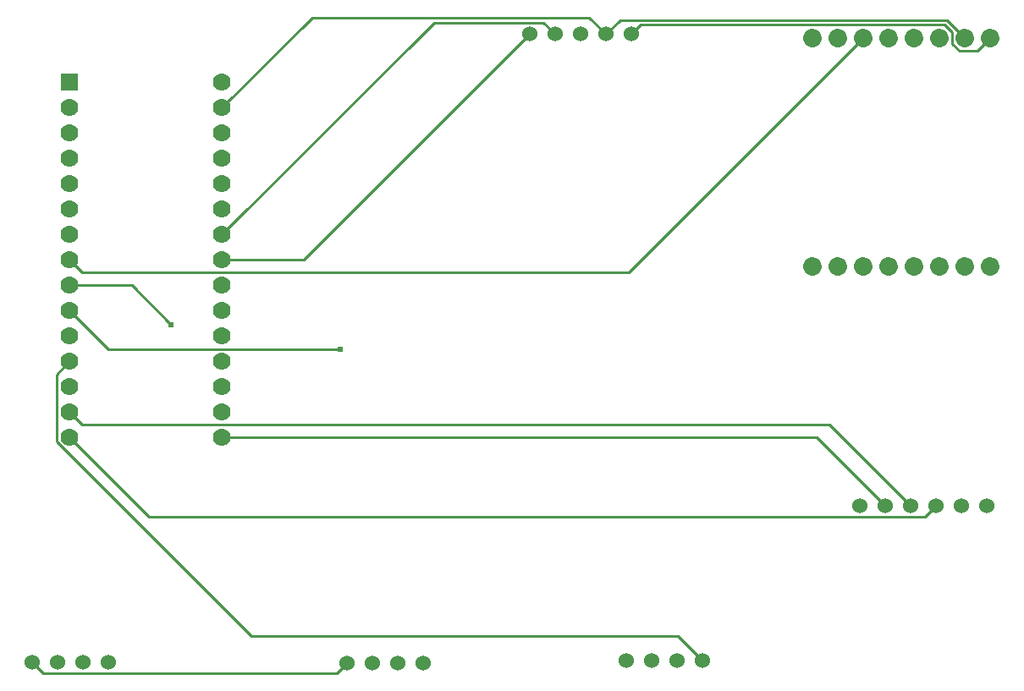
<source format=gtl>
G04 Layer: TopLayer*
G04 EasyEDA v6.4.19.5, 2021-05-28T13:43:00+08:00*
G04 c9c1c6b03ce64626b502aac79231b020,ce7df3decd3943efa2da757d0dc3e78d,10*
G04 Gerber Generator version 0.2*
G04 Scale: 100 percent, Rotated: No, Reflected: No *
G04 Dimensions in millimeters *
G04 leading zeros omitted , absolute positions ,4 integer and 5 decimal *
%FSLAX45Y45*%
%MOMM*%

%ADD11C,0.2600*%
%ADD12C,0.6100*%
%ADD13C,1.5240*%
%ADD14R,1.7780X1.7780*%
%ADD15C,1.7780*%
%ADD16C,1.8288*%
%ADD17C,1.8290*%

%LPD*%
D11*
X1671065Y-4420615D02*
G01*
X1798065Y-4547615D01*
X7263384Y-4547615D01*
X9613900Y-2197100D01*
X9829800Y-6883400D02*
G01*
X9145015Y-6198615D01*
X3195065Y-6198615D01*
X1671065Y-6198615D02*
G01*
X2462529Y-6990079D01*
X10231120Y-6990079D01*
X10337800Y-6883400D01*
X10083800Y-6883400D02*
G01*
X9272015Y-6071615D01*
X1798065Y-6071615D01*
X1671065Y-5944615D01*
X1671065Y-5436615D02*
G01*
X1538986Y-5568695D01*
X1538986Y-6237731D01*
X3485895Y-8184642D01*
X7752841Y-8184642D01*
X8001000Y-8432800D01*
X3195065Y-4420615D02*
G01*
X4012184Y-4420615D01*
X6273800Y-2159000D01*
X6527800Y-2159000D02*
G01*
X6412991Y-2044192D01*
X5317490Y-2044192D01*
X3195065Y-4166615D01*
X3195065Y-2896615D02*
G01*
X4097274Y-1994407D01*
X6871208Y-1994407D01*
X7035800Y-2159000D01*
X1295400Y-8445500D02*
G01*
X1406905Y-8557005D01*
X4346193Y-8557005D01*
X4445000Y-8458200D01*
X7035800Y-2159000D02*
G01*
X7178040Y-2016760D01*
X10449559Y-2016760D01*
X10629900Y-2197100D01*
X1671065Y-4928615D02*
G01*
X2058670Y-5316220D01*
X4376420Y-5316220D01*
X1671065Y-4674615D02*
G01*
X2294381Y-4674615D01*
X2687065Y-5067300D01*
X10883900Y-2197100D02*
G01*
X10753090Y-2327910D01*
X10573765Y-2327910D01*
X10502900Y-2257297D01*
X10502900Y-2140204D01*
X10427461Y-2064765D01*
X7384034Y-2064765D01*
X7289800Y-2159000D01*
D13*
G01*
X7239000Y-8432800D03*
G01*
X7493000Y-8432800D03*
G01*
X7747000Y-8432800D03*
G01*
X8001000Y-8432800D03*
G01*
X4445000Y-8458200D03*
G01*
X4699000Y-8458200D03*
G01*
X4953000Y-8458200D03*
G01*
X5207000Y-8458200D03*
G01*
X1295400Y-8445500D03*
G01*
X1549400Y-8445500D03*
G01*
X1803400Y-8445500D03*
G01*
X2057400Y-8445500D03*
D14*
G01*
X1671065Y-2642615D03*
D15*
G01*
X1671065Y-2896615D03*
G01*
X1671065Y-3150615D03*
G01*
X1671065Y-3404615D03*
G01*
X1671065Y-3658615D03*
G01*
X1671065Y-3912615D03*
G01*
X1671065Y-4166615D03*
G01*
X1671065Y-4420615D03*
G01*
X1671065Y-4674615D03*
G01*
X1671065Y-4928615D03*
G01*
X1671065Y-5182615D03*
G01*
X1671065Y-5436615D03*
G01*
X1671065Y-5690615D03*
G01*
X1671065Y-5944615D03*
G01*
X1671065Y-6198615D03*
G01*
X3195065Y-2642615D03*
G01*
X3195065Y-2896615D03*
G01*
X3195065Y-3150615D03*
G01*
X3195065Y-3404615D03*
G01*
X3195065Y-3658615D03*
G01*
X3195065Y-3912615D03*
G01*
X3195065Y-4166615D03*
G01*
X3195065Y-4420615D03*
G01*
X3195065Y-4674615D03*
G01*
X3195065Y-4928615D03*
G01*
X3195065Y-5182615D03*
G01*
X3195065Y-5436615D03*
G01*
X3195065Y-5690615D03*
G01*
X3195065Y-5944615D03*
G01*
X3195065Y-6198615D03*
D13*
G01*
X7289800Y-2159000D03*
G01*
X7035800Y-2159000D03*
G01*
X6781800Y-2159000D03*
G01*
X6527800Y-2159000D03*
G01*
X6273800Y-2159000D03*
G01*
X9575800Y-6883400D03*
G01*
X9829800Y-6883400D03*
G01*
X10083800Y-6883400D03*
G01*
X10337800Y-6883400D03*
G01*
X10591800Y-6883400D03*
G01*
X10845800Y-6883400D03*
D12*
G01*
X4376420Y-5316220D03*
G01*
X2687065Y-5067300D03*
D16*
X9105900Y-4483089D02*
G01*
X9105900Y-4483110D01*
X10883900Y-2197110D02*
G01*
X10883900Y-2197089D01*
X10629900Y-2197110D02*
G01*
X10629900Y-2197089D01*
X10375900Y-2197110D02*
G01*
X10375900Y-2197089D01*
X10121900Y-2197110D02*
G01*
X10121900Y-2197089D01*
X9867900Y-2197110D02*
G01*
X9867900Y-2197089D01*
X9613900Y-2197110D02*
G01*
X9613900Y-2197089D01*
X9359900Y-2197110D02*
G01*
X9359900Y-2197089D01*
X9105900Y-2197110D02*
G01*
X9105900Y-2197089D01*
X10883900Y-4483089D02*
G01*
X10883900Y-4483110D01*
D17*
X10629900Y-4483100D02*
G01*
X10629900Y-4483100D01*
X10375900Y-4483100D02*
G01*
X10375900Y-4483100D01*
D16*
X10121900Y-4483089D02*
G01*
X10121900Y-4483110D01*
X9867900Y-4483089D02*
G01*
X9867900Y-4483110D01*
X9613900Y-4483089D02*
G01*
X9613900Y-4483110D01*
X9359900Y-4483089D02*
G01*
X9359900Y-4483110D01*
M02*

</source>
